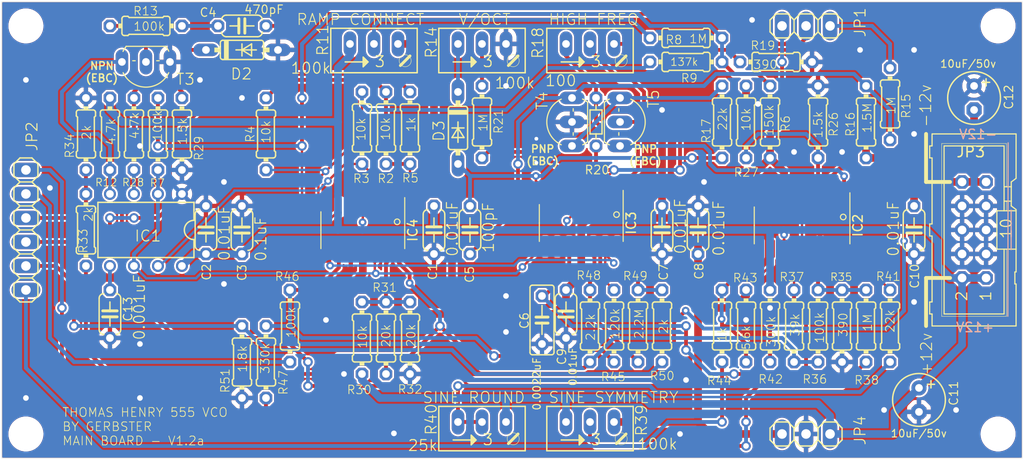
<source format=kicad_pcb>
(kicad_pcb (version 20211014) (generator pcbnew)
  (layers (0 "F.Cu" signal) (31 "B.Cu" signal) (34 "B.Paste" user) (35 "F.Paste" user) (36 "B.SilkS" user "B.Silkscreen") (37 "F.SilkS" user "F.Silkscreen") (38 "B.Mask" user) (39 "F.Mask" user) (44 "Edge.Cuts" user))
  (net 0 "")
  (net 1 "GND")
  (net 2 "+12V")
  (net 3 "-12V")
  (net 4 "Net-(IC2-Pad1)")
  (net 6 "Net-(IC2-Pad3)")
  (net 7 "Net-(IC2-Pad4)")
  (net 8 "Net-(C6-Pad1)")
  (net 9 "Net-(IC2-Pad9)")
  (net 10 "Net-(IC2-Pad10)")
  (net 11 "Net-(IC2-Pad13)")
  (net 13 "Net-(IC2-Pad16)")
  (net 14 "Net-(IC3-Pad1)")
  (net 15 "/MULTI-IN")
  (net 16 "Net-(C5-Pad1)")
  (net 17 "Net-(C5-Pad2)")
  (net 18 "Net-(IC1-Pad2)")
  (net 19 "Net-(IC3-Pad12)")
  (net 20 "Net-(IC3-Pad13)")
  (net 21 "Net-(IC3-Pad14)")
  (net 22 "Net-(IC4-Pad1)")
  (net 23 "Net-(IC4-Pad2)")
  (net 24 "Net-(IC1-Pad7)")
  (net 25 "Net-(IC4-Pad6)")
  (net 26 "Net-(IC4-Pad7)")
  (net 27 "Net-(IC4-Pad9)")
  (net 28 "Net-(IC4-Pad13)")
  (net 29 "Net-(IC4-Pad14)")
  (net 30 "/HARD-SYNC-IN")
  (net 31 "Net-(C4-Pad2)")
  (net 32 "Net-(C13-Pad2)")
  (net 33 "Net-(D2-PadC)")
  (net 34 "Net-(D3-PadC)")
  (net 35 "Net-(IC1-Pad3)")
  (net 36 "Net-(IC1-Pad4)")
  (net 37 "/LIN-FM")
  (net 38 "/SINE-OUT")
  (net 39 "/PULSE-OUT")
  (net 40 "/RAMP-OUT")
  (net 41 "/TRIANGLE-OUT")
  (net 42 "/PWM-IN")
  (net 43 "/PULSE-WIDTH")
  (net 44 "Net-(R11-PadS)")
  (net 45 "Net-(R14-PadS)")
  (net 46 "Net-(R17-Pad2)")
  (net 47 "Net-(R18-PadA)")
  (net 48 "Net-(R18-PadS)")
  (net 49 "Net-(R38-Pad1)")
  (net 50 "Net-(R40-PadE)")
  (footprint "mainboard:0204_7" (layer "F.Cu") (at 161.8361 115.1636 90)
    (fp_text reference "R49")
    (fp_text value "2.2M")
  )
  (footprint "Package_SO:SO-14_3.9x8.65mm_P1.27mm" (layer "F.Cu") (at 132.715 105.029 -90)
    (fp_text reference "IC4")
    (fp_text value "TL074P")
  )
  (footprint "mainboard:0204_7" (layer "F.Cu") (at 170.7261 115.1636 -90)
    (fp_text reference "R44")
    (fp_text value "1k")
  )
  (footprint "mainboard:C050-024X044" (layer "F.Cu") (at 168.1861 105.0036 90)
    (fp_text reference "C8")
    (fp_text value "0.01uF")
  )
  (footprint "mainboard:E2,5-6" (layer "F.Cu") (at 197.3961 91.0336 -90)
    (fp_text reference "C12")
    (fp_text value "10uF/50v")
  )
  (footprint "mainboard:0204_7" (layer "F.Cu") (at 156.7561 115.1636 -90)
    (fp_text reference "R48")
    (fp_text value "2.2k")
  )
  (footprint "mainboard:1X03" (layer "F.Cu") (at 179.6161 126.5936 180)
    (fp_text reference "JP4")
    (fp_text value "PINHD-1X3")
  )
  (footprint "mainboard:0204_7" (layer "F.Cu") (at 173.2661 115.1636 -90)
    (fp_text reference "R43")
    (fp_text value "5.6k")
  )
  (footprint "mainboard:ML10" (layer "F.Cu") (at 197.3961 105.0036 90)
    (fp_text reference "JP3")
    (fp_text value "ML10")
  )
  (footprint "mainboard:0204_7" (layer "F.Cu") (at 122.4661 94.8436 90)
    (fp_text reference "R4")
    (fp_text value "10k")
  )
  (footprint "mainboard:0204_7" (layer "F.Cu") (at 180.8861 93.5736 -90)
    (fp_text reference "R26")
    (fp_text value "1.5k")
  )
  (footprint "mainboard:RJ9W" (layer "F.Cu") (at 156.7561 85.9536)
    (fp_text reference "R18")
    (fp_text value "100")
  )
  (footprint "mainboard:C050-024X044" (layer "F.Cu") (at 119.9261 105.0036 -90)
    (fp_text reference "C3")
    (fp_text value "0.1uF")
  )
  (footprint "Package_SO:SO-14_3.9x8.65mm_P1.27mm" (layer "F.Cu") (at 155.829 104.267 -90)
    (fp_text reference "IC3")
    (fp_text value "TL074P")
  )
  (footprint "mainboard:0204_7" (layer "F.Cu") (at 122.4661 118.9736 90)
    (fp_text reference "R47")
    (fp_text value "330k")
  )
  (footprint "mainboard:0204_7" (layer "F.Cu") (at 175.8061 115.1636 -90)
    (fp_text reference "R42")
    (fp_text value "300k")
  )
  (footprint "mainboard:C050-024X044" (layer "F.Cu") (at 164.3761 105.0036 90)
    (fp_text reference "C7")
    (fp_text value "0.01uF")
  )
  (footprint "mainboard:0204_7" (layer "F.Cu") (at 135.1661 94.2086 -90)
    (fp_text reference "R2")
    (fp_text value "10k")
  )
  (footprint "mainboard:0204_7" (layer "F.Cu") (at 170.7261 93.5736 90)
    (fp_text reference "R17")
    (fp_text value "22k")
  )
  (footprint "mainboard:0204_7" (layer "F.Cu") (at 166.9161 84.6836 180)
    (fp_text reference "R8")
    (fp_text value "1M")
  )
  (footprint "mainboard:0204_7" (layer "F.Cu") (at 173.2661 93.5736 90)
    (fp_text reference "R27")
    (fp_text value "10k")
  )
  (footprint "mainboard:0204_7" (layer "F.Cu") (at 132.6261 94.2086 -90)
    (fp_text reference "R3")
    (fp_text value "10k")
  )
  (footprint "mainboard:DO35-7" (layer "F.Cu") (at 142.7861 94.2086 -90)
    (fp_text reference "D3")
    (fp_text value "1N4148DO35-7")
  )
  (footprint "mainboard:C050-024X044" (layer "F.Cu") (at 116.1161 105.0036 -90)
    (fp_text reference "C2")
    (fp_text value "0.01uF")
  )
  (footprint "Package_SO:SOIC-16_3.9x9.9mm_P1.27mm" (layer "F.Cu") (at 179.197 104.521 -90)
    (fp_text reference "IC2")
    (fp_text value "LM13700N")
  )
  (footprint "mainboard:0204_7" (layer "F.Cu") (at 145.3261 93.5736 -90)
    (fp_text reference "R21")
    (fp_text value "1M")
  )
  (footprint "mainboard:0204_7" (layer "F.Cu") (at 188.5061 91.6686 -90)
    (fp_text reference "R15")
    (fp_text value "1M")
  )
  (footprint "mainboard:0204_7" (layer "F.Cu") (at 111.0361 94.8436 90)
    (fp_text reference "R7")
    (fp_text value "100k")
  )
  (footprint "mainboard:0204_7" (layer "F.Cu") (at 185.9661 115.1636 90)
    (fp_text reference "R38")
    (fp_text value "1M")
  )
  (footprint "mainboard:C050-025X075" (layer "F.Cu") (at 151.6761 114.5286 -90)
    (fp_text reference "C6")
    (fp_text value "0.0022uF")
  )
  (footprint "mainboard:0204_7" (layer "F.Cu") (at 103.4161 105.0036 90)
    (fp_text reference "R33")
    (fp_text value "2k")
  )
  (footprint "mainboard:0204_7" (layer "F.Cu") (at 137.7061 116.4336 90)
    (fp_text reference "R32")
    (fp_text value "20k")
  )
  (footprint "mainboard:C050-024X044" (layer "F.Cu") (at 105.9561 113.8936 90)
    (fp_text reference "C13")
    (fp_text value "0.001uF")
  )
  (footprint "mainboard:0204_7" (layer "F.Cu") (at 132.6261 116.4336 90)
    (fp_text reference "R30")
    (fp_text value "10k")
  )
  (footprint "mainboard:C050-024X044" (layer "F.Cu") (at 119.9261 83.4136 180)
    (fp_text reference "C4")
    (fp_text value "470pF")
  )
  (footprint "mainboard:C050-024X044" (layer "F.Cu") (at 154.2161 113.8936 -90)
    (fp_text reference "C9")
    (fp_text value "0.01uF")
  )
  (footprint "mainboard:0204_7" (layer "F.Cu") (at 166.9161 87.2236 180)
    (fp_text reference "R9")
    (fp_text value "137k")
  )
  (footprint "mainboard:C050-024X044" (layer "F.Cu") (at 144.0561 105.0036 90)
    (fp_text reference "C5")
    (fp_text value "100pF")
  )
  (footprint "mainboard:0204_7" (layer "F.Cu") (at 164.3761 115.1636 -90)
    (fp_text reference "R50")
    (fp_text value "2k")
  )
  (footprint "mainboard:0204_7" (layer "F.Cu") (at 178.3461 115.1636 90)
    (fp_text reference "R37")
    (fp_text value "39k")
  )
  (footprint "mainboard:TO92-EBC" (layer "F.Cu") (at 109.7661 88.4936 180)
    (fp_text reference "T3")
    (fp_text value "-NPN-TO92-EBC")
  )
  (footprint "mainboard:0204_7" (layer "F.Cu") (at 135.1661 116.4336 -90)
    (fp_text reference "R31")
    (fp_text value "20k")
  )
  (footprint "mainboard:0204_7" (layer "F.Cu") (at 125.0061 115.1636 90)
    (fp_text reference "R46")
    (fp_text value "100k")
  )
  (footprint "mainboard:0204_7" (layer "F.Cu") (at 188.5061 115.1636 90)
    (fp_text reference "R41")
    (fp_text value "22k")
  )
  (footprint "mainboard:RJ9W" (layer "F.Cu") (at 156.7561 125.9586)
    (fp_text reference "R39")
    (fp_text value "100k")
  )
  (footprint "mainboard:0204_7" (layer "F.Cu") (at 105.9561 94.8436 90)
    (fp_text reference "R12")
    (fp_text value "4.7k")
  )
  (footprint "mainboard:0204_7" (layer "F.Cu") (at 103.4161 94.8436 -90)
    (fp_text reference "R34")
    (fp_text value "2k")
  )
  (footprint "mainboard:TO92-EBC" (layer "F.Cu") (at 153.5811 93.5736 90)
    (fp_text reference "T4")
    (fp_text value "-PNP-TO92-EBC")
  )
  (footprint "mainboard:C050-024X044" (layer "F.Cu") (at 191.0461 105.0036 -90)
    (fp_text reference "C10")
    (fp_text value "0.01uF")
  )
  (footprint "mainboard:0204_7" (layer "F.Cu") (at 137.7061 94.2086 90)
    (fp_text reference "R5")
    (fp_text value "1k")
  )
  (footprint "mainboard:DO35-7" (layer "F.Cu") (at 119.9261 85.9536)
    (fp_text reference "D2")
    (fp_text value "1N4148DO35-7")
  )
  (footprint "mainboard:1X03" (layer "F.Cu") (at 179.6161 83.4136)
    (fp_text reference "JP1")
    (fp_text value "PINHD-1X3")
  )
  (footprint "mainboard:0204_7" (layer "F.Cu") (at 180.8861 115.1636 -90)
    (fp_text reference "R36")
    (fp_text value "100k")
  )
  (footprint "mainboard:E2,5-6" (layer "F.Cu") (at 191.5668 122.9868 -90)
    (fp_text reference "C11")
    (fp_text value "10uF/50v")
  )
  (footprint "mainboard:0204_7" (layer "F.Cu") (at 176.4411 87.2236 180)
    (fp_text reference "R19")
    (fp_text value "390")
  )
  (footprint "mainboard:RJ9W" (layer "F.Cu") (at 145.3261 125.9586)
    (fp_text reference "R40")
    (fp_text value "25k")
  )
  (footprint "mainboard:0204_7" (layer "F.Cu") (at 119.9261 118.9736 90)
    (fp_text reference "R51")
    (fp_text value "1.8k")
  )
  (footprint "mainboard:0204_7" (layer "F.Cu") (at 113.5761 94.8436 90)
    (fp_text reference "R29")
    (fp_text value "1.5k")
  )
  (footprint "mainboard:TO92-EBC" (layer "F.Cu") (at 161.2011 93.5736 -90)
    (fp_text reference "T5")
    (fp_text value "-PNP-TO92-EBC")
  )
  (footprint "mainboard:R-5" (layer "F.Cu") (at 157.3911 93.5736 -90)
    (fp_text reference "R20")
    (fp_text value "2k")
  )
  (footprint "mainboard:0204_7" (layer "F.Cu") (at 159.2961 115.1636 90)
    (fp_text reference "R45")
    (fp_text value "120k")
  )
  (footprint "mainboard:0204_7" (layer "F.Cu") (at 109.7661 83.4136 180)
    (fp_text reference "R13")
    (fp_text value "100k")
  )
  (footprint "mainboard:0204_7" (layer "F.Cu") (at 108.4961 94.8436 90)
    (fp_text reference "R28")
    (fp_text value "4.7k")
  )
  (footprint "mainboard:0204_7" (layer "F.Cu") (at 175.8061 93.5736 90)
    (fp_text reference "R6")
    (fp_text value "150k")
  )
  (footprint "mainboard:DIL08" (layer "F.Cu") (at 109.7661 105.0036 180)
    (fp_text reference "IC1")
    (fp_text value "555N")
  )
  (footprint "mainboard:C050-024X044" (layer "F.Cu") (at 140.2461 105.0036 90)
    (fp_text reference "C1")
    (fp_text value "0.01uF")
  )
  (footprint "mainboard:0204_7" (layer "F.Cu") (at 185.9661 93.5736 90)
    (fp_text reference "R16")
    (fp_text value "1.5M")
  )
  (footprint "mainboard:0204_7" (layer "F.Cu") (at 183.4261 115.1636 90)
    (fp_text reference "R35")
    (fp_text value "390")
  )
  (footprint "mainboard:RJ9W" (layer "F.Cu") (at 145.3261 85.9536)
    (fp_text reference "R14")
    (fp_text value "100k")
  )
  (footprint "mainboard:1X06" (layer "F.Cu") (at 97.0661 105.0036 90)
    (fp_text reference "JP2")
    (fp_text value "PINHD-1X6")
  )
  (footprint "mainboard:RJ9W" (layer "F.Cu") (at 133.8961 85.9536)
    (fp_text reference "R11")
    (fp_text value "100k")
  )
  (gr_line (start 201.32 102.9) (end 201.32 107.09) (layer "B.SilkS") (width 0.12))
  (gr_line (start 201 95.78) (end 200.97 114.14) (layer "B.SilkS") (width 0.12))
  (gr_line (start 192.3161 115.1636) (end 192.3161 110.0836) (layer "F.SilkS") (width 0.4064))
  (gr_line (start 192.3161 99.9236) (end 192.3161 94.8436) (layer "F.SilkS") (width 0.4064))
  (gr_line (start 192.3161 110.0836) (end 194.8561 110.0836) (layer "F.SilkS") (width 0.4064))
  (gr_circle (center 159.5628 103.378) (end 159.8168 103.5304) (layer "F.SilkS") (width 0.12) (fill none))
  (gr_circle (center 136.3472 104.14) (end 136.6012 104.2924) (layer "F.SilkS") (width 0.12) (fill none))
  (gr_circle (center 183.548988 103.632) (end 183.802988 103.7844) (layer "F.SilkS") (width 0.12) (fill none))
  (gr_line (start 194.8561 99.9236) (end 192.3161 99.9236) (layer "F.SilkS") (width 0.4064))
  (gr_line (start 202.4761 80.8736) (end 94.5261 80.8736) (layer "Edge.Cuts") (width 0.05))
  (gr_line (start 94.5261 80.8736) (end 94.5261 129.1336) (layer "Edge.Cuts") (width 0.05))
  (gr_line (start 202.4761 129.1336) (end 202.4761 80.8736) (layer "Edge.Cuts") (width 0.05))
  (gr_line (start 94.5261 129.1336) (end 202.4761 129.1336) (layer "Edge.Cuts") (width 0.05))
  (gr_text "+12V" (at 197.5 115.31) (layer "B.SilkS") (effects (font (size 1 1)) (justify mirror)))
  (gr_text "-12V" (at 197.82 94.88) (layer "B.SilkS") (effects (font (size 1 1)) (justify mirror)))
  (gr_text "SINE ROUND" (at 138.9761 123.4186) (layer "F.SilkS") (effects (font (size 1.1684 1.1684) (thickness 0.1016)) (justify left bottom)))
  (gr_text "SINE SYMMETRY" (at 152.3111 123.4186) (layer "F.SilkS") (effects (font (size 1.1684 1.1684) (thickness 0.1016)) (justify left bottom)))
  (gr_text "-12v" (at 192.9511 94.2086 90) (layer "F.SilkS") (effects (font (size 1.1684 1.1684) (thickness 0.1016)) (justify left bottom)))
  (gr_text "RAMP CONNECT" (at 125.6411 83.4136) (layer "F.SilkS") (effects (font (size 1.1684 1.1684) (thickness 0.1016)) (justify left bottom)))
  (gr_text "HIGH FREQ" (at 152.3111 83.4136) (layer "F.SilkS") (effects (font (size 1.1684 1.1684) (thickness 0.1016)) (justify left bottom)))
  (gr_text "THOMAS HENRY 555 VCO \nBY GERBSTER\nMAIN BOARD - V1.2a" (at 100.8761 127.8636) (layer "F.SilkS") (effects (font (size 0.93472 0.93472) (thickness 0.08128)) (justify left bottom)))
  (gr_text "+12v" (at 191.6811 115.7986 90) (layer "F.SilkS") (effects (font (size 1.1684 1.1684) (thickness 0.1016)) (justify right top)))
  (gr_text "PNP\n(EBC)" (at 151.7396 97.0788) (layer "F.SilkS") (effects (font (size 0.8 0.8))))
  (gr_text "NPN\n(EBC)" (at 105.1052 88.2904) (layer "F.SilkS") (effects (font (size 0.8 0.8))))
  (gr_text "PNP\n(EBC)" (at 162.6108 97.0788) (layer "F.SilkS") (effects (font (size 0.8 0.8))))
  (gr_text "V/OCT " (at 142.7861 83.4136) (layer "F.SilkS") (effects (font (size 1.1684 1.1684) (thickness 0.1016)) (justify left bottom)))
  (segment (start 151.6761 93.5736) (end 147.8661 89.7636) (width 0.25) (layer "F.Cu") (net 1))
  (segment (start 154.559 101.3714) (end 151.0792 97.8916) (width 0.25) (layer "F.Cu") (net 1))
  (segment (start 154.8511 93.5736) (end 151.6888 93.5736) (width 0.25) (layer "F.Cu") (net 1))
  (segment (start 151.6888 94.742) (end 151.6888 93.5736) (width 0.25) (layer "F.Cu") (net 1))
  (segment (start 151.0792 95.3516) (end 151.6888 94.742) (width 0.25) (layer "F.Cu") (net 1))
  (segment (start 151.6888 93.5736) (end 151.6761 93.5736) (width 0.25) (layer "F.Cu") (net 1))
  (segment (start 154.559 101.792) (end 154.559 101.3714) (width 0.25) (layer "F.Cu") (net 1))
  (via (at 128.8161 114.5286) (size 1.0064) (drill 0.6) (layers "F.Cu" "B.Cu") (net 1))
  (via (at 99.6061 100.5586) (size 1.0064) (drill 0.6) (layers "F.Cu" "B.Cu") (net 1))
  (via (at 191.0461 85.9536) (size 1.0064) (drill 0.6) (layers "F.Cu" "B.Cu") (net 1))
  (via (at 109.1311 122.7836) (size 1.0064) (drill 0.6) (layers "F.Cu" "B.Cu") (net 1))
  (via (at 109.1311 96.1136) (size 1.0064) (drill 0.6) (layers "F.Cu" "B.Cu") (net 1))
  (via (at 109.1311 117.0686) (size 1.0064) (drill 0.6) (layers "F.Cu" "B.Cu") (net 1))
  (via (at 119.9261 91.0336) (size 1.0064) (drill 0.6) (layers "F.Cu" "B.Cu") (net 1))
  (via (at 166.9161 120.8786) (size 1.0064) (drill 0.6) (layers "F.Cu" "B.Cu") (net 1))
  (via (at 130.7211 120.2436) (size 1.0064) (drill 0.6) (layers "F.Cu" "B.Cu") (net 1))
  (via (at 147.8661 111.9886) (size 1.0064) (drill 0.6) (layers "F.Cu" "B.Cu") (net 1))
  (via (at 191.0461 112.6236) (size 1.0064) (drill 0.6) (layers "F.Cu" "B.Cu") (net 1))
  (via (at 115.4811 89.1286) (size 1.0064) (drill 0.6) (layers "F.Cu" "B.Cu") (net 1))
  (via (at 178.3461 96.7486) (size 1.0064) (drill 0.6) (layers "F.Cu" "B.Cu") (net 1))
  (via (at 147.8661 89.7636) (size 1.0064) (drill 0.6) (layers "F.Cu" "B.Cu") (net 1))
  (via (at 185.3311 85.9536) (size 1.0064) (drill 0.6) (layers "F.Cu" "B.Cu") (net 1))
  (via (at 151.0792 97.8916) (size 0.8) (drill 0.4) (layers "F.Cu" "B.Cu") (net 1))
  (via (at 175.8061 113.2586) (size 1.0064) (drill 0.6) (layers "F.Cu" "B.Cu") (net 1))
  (via (at 173.2661 114.5286) (size 1.0064) (drill 0.6) (layers "F.Cu" "B.Cu") (net 1))
  (via (at 118.0211 110.7186) (size 1.0064) (drill 0.6) (layers "F.Cu" "B.Cu") (net 1))
  (via (at 97.0661 122.7836) (size 1.0064) (drill 0.6) (layers "F.Cu" "B.Cu") (net 1))
  (via (at 187.8711 124.0536) (size 1.0064) (drill 0.6) (layers "F.Cu" "B.Cu") (net 1))
  (via (at 151.0792 95.3516) (size 0.8) (drill 0.4) (layers "F.Cu" "B.Cu") (net 1))
  (via (at 164.3761 92.3036) (size 1.0064) (drill 0.6) (layers "F.Cu" "B.Cu") (net 1))
  (via (at 136.0061 126.5286) (size 1.0064) (drill 0.6) (layers "F.Cu" "B.Cu") (net 1))
  (via (at 195.4911 124.0536) (size 1.0064) (drill 0.6) (layers "F.Cu" "B.Cu") (net 1))
  (via (at 173.9011 82.7786) (size 1.0064) (drill 0.6) (layers "F.Cu" "B.Cu") (net 1))
  (via (at 166.2811 126.5936) (size 1.0064) (drill 0.6) (layers "F.Cu" "B.Cu") (net 1))
  (via (at 147.8661 115.7986) (size 1.0064) (drill 0.6) (layers "F.Cu" "B.Cu") (net 1))
  (via (at 118.0211 99.9236) (size 1.0064) (drill 0.6) (layers "F.Cu" "B.Cu") (net 1))
  (via (at 183.4261 96.7486) (size 1.0064) (drill 0.6) (layers "F.Cu" "B.Cu") (net 1))
  (via (at 191.0461 94.8436) (size 1.0064) (drill 0.6) (layers "F.Cu" "B.Cu") (net 1))
  (via (at 97.0661 89.1286) (size 1.0064) (drill 0.6) (layers "F.Cu" "B.Cu") (net 1))
  (via (at 174.5361 91.6686) (size 1.0064) (drill 0.6) (layers "F.Cu" "B.Cu") (net 1))
  (via (at 168.8211 99.9236) (size 1.0064) (drill 0.6) (layers "F.Cu" "B.Cu") (net 1))
  (segment (start 151.13 95.4024) (end 151.0792 95.3516) (width 0.25) (layer "B.Cu") (net 1))
  (segment (start 151.0792 95.5548) (end 151.13 95.504) (width 0.25) (layer "B.Cu") (net 1))
  (segment (start 151.13 95.504) (end 151.13 95.4024) (width 0.25) (layer "B.Cu") (net 1))
  (segment (start 151.0792 97.8916) (end 151.0792 95.5548) (width 0.25) (layer "B.Cu") (net 1))
  (segment (start 173.2661 91.0336) (end 171.9961 92.3036) (width 0.8128) (layer "F.Cu") (net 2))
  (segment (start 155.829 102.489) (end 154.305 104.013) (width 0.25) (layer "F.Cu") (net 2))
  (segment (start 177.292 106.996) (end 177.292 105.5116) (width 0.25) (layer "F.Cu") (net 2))
  (segment (start 171.9961 92.3036) (end 167.5511 92.3036) (width 0.8128) (layer "F.Cu") (net 2))
  (segment (start 173.2661 89.7636) (end 173.2661 91.0336) (width 0.8128) (layer "F.Cu") (net 2))
  (segment (start 167.5511 92.3036) (end 164.3761 95.4786) (width 0.8128) (layer "F.Cu") (net 2))
  (segment (start 132.715 104.1654) (end 132.6896 104.1908) (width 0.25) (layer "F.Cu") (net 2))
  (segment (start 132.715 102.554) (end 132.715 104.1654) (width 0.25) (layer "F.Cu") (net 2))
  (segment (start 164.3761 95.4786) (end 164.3761 102.4636) (width 0.8128) (layer "F.Cu") (net 2))
  (via (at 177.292 105.5116) (size 0.8) (drill 0.4) (layers "F.Cu" "B.Cu") (net 2))
  (via (at 154.305 104.013) (size 0.8) (drill 0.4) (layers "F.Cu" "B.Cu") (net 2))
  (via (at 132.6896 104.1908) (size 0.8) (drill 0.4) (layers "F.Cu" "B.Cu") (net 2))
  (segment (start 188.983411 126.382989) (end 188.983411 124.300189) (width 0.8128) (layer "B.Cu") (net 2))
  (segment (start 130.0861 87.8586) (end 131.3561 86.5886) (width 0.8128) (layer "B.Cu") (net 2))
  (segment (start 162.4711 122.7836) (end 163.1061 123.4186) (width 0.8128) (layer "B.Cu") (net 2))
  (segment (start 154.2161 122.7836) (end 147.8661 122.7836) (width 0.8128) (layer "B.Cu") (net 2))
  (segment (start 197.3961 110.0836) (end 196.1261 110.0836) (width 0.8128) (layer "B.Cu") (net 2))
  (segment (start 116.1161 107.5436) (end 114.8461 107.5436) (width 0.8128) (layer "B.Cu") (net 2))
  (segment (start 188.983411 124.300189) (end 191.5668 121.7168) (width 0.8128) (layer "B.Cu") (net 2))
  (segment (start 154.2161 105.0036) (end 140.2461 105.0036) (width 0.8128) (layer "B.Cu") (net 2))
  (segment (start 114.8461 107.5436) (end 113.5761 108.8136) (width 0.8128) (layer "B.Cu") (net 2))
  (segment (start 180.8861 123.4186) (end 182.1561 124.6886) (width 0.8128) (layer "B.Cu") (net 2))
  (segment (start 132.6896 105.0036) (end 130.0861 105.0036) (width 0.8128) (layer "B.Cu") (net 2))
  (segment (start 196.1261 110.0836) (end 194.8561 110.0836) (width 0.8128) (layer "B.Cu") (net 2))
  (segment (start 192.3161 105.0036) (end 177.2666 105.0036) (width 0.8128) (layer "B.Cu") (net 2))
  (segment (start 105.9561 91.0336) (end 105.9561 92.3036) (width 0.8128) (layer "B.Cu") (net 2))
  (segment (start 140.2461 105.0036) (end 140.2461 102.4636) (width 0.8128) (layer "B.Cu") (net 2))
  (segment (start 132.6261 120.8786) (end 134.5311 122.7836) (width 0.8128) (layer "B.Cu") (net 2))
  (segment (start 188.7728 126.5936) (end 188.983411 126.382989) (width 0.8128) (layer "B.Cu") (net 2))
  (segment (start 140.2461 105.0036) (end 132.6896 105.0036) (width 0.8128) (layer "B.Cu") (net 2))
  (segment (start 132.6896 104.1908) (end 132.6896 105.0036) (width 0.25) (layer "B.Cu") (net 2))
  (segment (start 154.2161 122.7836) (end 162.4711 122.7836) (width 0.8128) (layer "B.Cu") (net 2))
  (segment (start 191.5668 121.7168) (end 196.1261 117.1575) (width 0.8128) (layer "B.Cu") (net 2))
  (segment (start 175.8061 108.8136) (end 175.8061 105.0036) (width 0.8128) (layer "B.Cu") (net 2))
  (segment (start 177.292 105.5116) (end 177.292 105.029) (width 0.25) (layer "B.Cu") (net 2))
  (segment (start 130.2423 103.0059) (end 130.0861 103.1621) (width 0.25) (layer "B.Cu") (net 2))
  (segment (start 154.2161 104.1019) (end 154.2161 105.0036) (width 0.25) (layer "B.Cu") (net 2))
  (segment (start 177.292 105.029) (end 177.2666 105.0036) (width 0.25) (layer "B.Cu") (net 2))
  (segment (start 194.8561 110.0836) (end 193.5861 108.8136) (width 0.8128) (layer "B.Cu") (net 2))
  (segment (start 175.8061 105.0036) (end 164.3761 105.0036) (width 0.8128) (layer "B.Cu") (net 2))
  (segment (start 130.0861 101.1936) (end 130.0861 93.5736) (width 0.8128) (layer "B.Cu") (net 2))
  (segment (start 182.1561 126.5936) (end 188.7728 126.5936) (width 0.8128) (layer "B.Cu") (net 2))
  (segment (start 193.5861 106.2736) (end 192.3161 105.0036) (width 0.8128) (layer "B.Cu") (net 2))
  (segment (start 134.5311 122.7836) (end 147.8661 122.7836) (width 0.8128) (layer "B.Cu") (net 2))
  (segment (start 197.3961 110.0836) (end 198.6661 110.0836) (width 0.8128) (layer "B.Cu") (net 2))
  (segment (start 130.0861 93.5736) (end 130.0861 87.8586) (width 0.8128) (layer "B.Cu") (net 2))
  (segment (start 154.305 104.013) (end 154.2161 104.1019) (width 0.25) (layer "B.Cu") (net 2))
  (segment (start 177.2666 105.0036) (end 175.8061 105.0036) (width 0.8128) (layer "B.Cu") (net 2))
  (segment (start 119.9261 107.5436) (end 116.1161 107.5436) (width 0.8128) (layer "B.Cu") (net 2))
  (segment (start 182.1561 124.6886) (end 182.1561 126.5936) (width 0.8128) (layer "B.Cu") (net 2))
  (segment (start 132.6261 120.2436) (end 132.6261 120.8786) (width 0.8128) (layer "B.Cu") (net 2))
  (segment (start 164.3761 105.0036) (end 154.2161 105.0036) (width 0.8128) (layer "B.Cu") (net 2))
  (segment (start 193.5861 108.8136) (end 193.5861 106.2736) (width 0.8128) (layer "B.Cu") (net 2))
  (segment (start 105.9561 92.3036) (end 107.2261 93.5736) (width 0.8128) (layer "B.Cu") (net 2))
  (segment (start 107.2261 93.5736) (end 130.0861 93.5736) (width 0.8128) (layer "B.Cu") (net 2))
  (segment (start 175.8061 111.3536) (end 175.8061 108.8136) (width 0.8128) (layer "B.Cu") (net 2))
  (segment (start 163.1061 123.4186) (end 180.8861 123.4186) (width 0.8128) (layer "B.Cu") (net 2))
  (segment (start 131.3561 86.5886) (end 131.3561 85.3186) (width 0.8128) (layer "B.Cu") (net 2))
  (segment (start 196.1261 117.1575) (end 196.1261 110.0836) (width 0.8128) (layer "B.Cu") (net 2))
  (segment (start 122.4661 105.0036) (end 119.9261 107.5436) (width 0.8128) (layer "B.Cu") (net 2))
  (segment (start 130.0861 105.0036) (end 122.4661 105.0036) (width 0.8128) (layer "B.Cu") (net 2))
  (segment (start 154.2161 125.3236) (end 154.2161 122.7836) (width 0.8128) (layer "B.Cu") (net 2))
  (segment (start 164.3761 102.4636) (end 164.3761 105.0036) (width 0.8128) (layer "B.Cu") (net 2))
  (segment (start 130.0861 103.1621) (end 130.0861 105.0036) (width 0.8128) (layer "B.Cu") (net 2))
  (segment (start 147.8661 125.3236) (end 147.8661 122.7836) (width 0.8128) (layer "B.Cu") (net 2))
  (segment (start 130.0861 101.1936) (end 130.0861 103.1621) (width 0.8128) (layer "B.Cu") (net 2))
  (segment (start 185.9661 94.8436) (end 184.6961 93.5736) (width 0.8128) (layer "F.Cu") (net 3))
  (segment (start 155.829 107.7295) (end 155.829 109.7407) (width 0.8128) (layer "F.Cu") (net 3))
  (segment (start 171.196 101.092) (end 171.196 102.362) (width 0.8128) (layer "F.Cu") (net 3))
  (segment (start 166.9161 103.7336) (end 156.6164 103.7336) (width 0.8128) (layer "F.Cu") (net 3))
  (segment (start 168.1861 113.2586) (end 171.9961 113.2586) (width 0.8128) (layer "F.Cu") (net 3))
  (segment (start 152.9461 113.8936) (end 154.2161 112.6236) (width 0.8128) (layer "F.Cu") (net 3))
  (segment (start 130.556 113.411) (end 130.556 111.76) (width 0.8128) (layer "F.Cu") (net 3))
  (segment (start 197.3961 99.9236) (end 196.1261 99.9236) (width 0.8128) (layer "F.Cu") (net 3))
  (segment (start 138.9761 114.5286) (end 131.6736 114.5286) (width 0.8128) (layer "F.Cu") (net 3))
  (segment (start 169.4561 126.5936) (end 168.1861 125.3236) (width 0.8128) (layer "F.Cu") (net 3))
  (segment (start 169.4561 103.7336) (end 168.1861 105.0036) (width 0.8128) (layer "F.Cu") (net 3))
  (segment (start 142.1511 113.8936) (end 152.9461 113.8936) (width 0.8128) (layer "F.Cu") (net 3))
  (segment (start 155.829 104.521) (end 155.829 107.7295) (width 0.8128) (layer "F.Cu") (net 3))
  (segment (start 132.715 109.601) (end 132.715 108.4915) (width 0.8128) (layer "F.Cu") (net 3))
  (segment (start 136.4361 85.3186) (end 138.3411 85.3186) (width 0.8128) (layer "F.Cu") (net 3))
  (segment (start 140.2461 99.2886) (end 142.1511 101.1936) (width 0.8128) (layer "F.Cu") (net 3))
  (segment (start 131.6736 114.5286) (end 130.556 113.411) (width 0.8128) (layer "F.Cu") (net 3))
  (segment (start 156.6164 103.7336) (end 155.829 104.521) (width 0.8128) (layer "F.Cu") (net 3))
  (segment (start 191.0461 102.4636) (end 191.0461 99.9236) (width 0.8128) (layer "F.Cu") (net 3))
  (segment (start 154.2161 112.6236) (end 154.2161 111.3536) (width 0.8128) (layer "F.Cu") (net 3))
  (segment (start 198.6661 99.9236) (end 197.3961 99.9236) (width 0.8128) (layer "F.Cu") (net 3))
  (segment (start 175.8061 94.8436) (end 175.8061 97.3836) (width 0.8128) (layer "F.Cu") (net 3))
  (segment (start 196.1261 99.9236) (end 191.0461 99.9236) (width 0.8128) (layer "F.Cu") (net 3))
  (segment (start 197.3961 92.3036) (end 197.3961 99.9236) (width 0.8128) (layer "F.Cu") (net 3))
  (segment (start 191.0461 99.9236) (end 188.5061 97.3836) (width 0.8128) (layer "F.Cu") (net 3))
  (segment (start 168.1861 113.2586) (end 168.1861 107.5436) (width 0.8128) (layer "F.Cu") (net 3))
  (segment (start 177.0761 126.5936) (end 169.4561 126.5936) (width 0.8128) (layer "F.Cu") (net 3))
  (segment (start 171.196 102.362) (end 169.8244 103.7336) (width 0.8128) (layer "F.Cu") (net 3))
  (segment (start 188.5061 97.3836) (end 185.9661 97.3836) (width 0.8128) (layer "F.Cu") (net 3))
  (segment (start 168.1861 107.5436) (end 168.1861 105.0036) (width 0.8128) (layer "F.Cu") (net 3))
  (segment (start 168.1861 105.0036) (end 166.9161 103.7336) (width 0.8128) (layer "F.Cu") (net 3))
  (segment (start 177.292 98.8695) (end 177.292 101.0585) (width 0.8128) (layer "F.Cu") (net 3))
  (segment (start 175.8061 97.3836) (end 174.3837 98.806) (width 0.8128) (layer "F.Cu") (net 3))
  (segment (start 173.482 98.806) (end 171.196 101.092) (width 0.8128) (layer "F.Cu") (net 3))
  (segment (start 139.6111 113.8936) (end 138.9761 114.5286) (width 0.8128) (layer "F.Cu") (net 3))
  (segment (start 142.1511 113.8936) (end 139.6111 113.8936) (width 0.8128) (layer "F.Cu") (net 3))
  (segment (start 159.2961 125.3236) (end 168.1861 125.3236) (width 0.8128) (layer "F.Cu") (net 3))
  (segment (start 184.6961 93.5736) (end 177.0761 93.5736) (width 0.8128) (layer "F.Cu") (net 3))
  (segment (start 171.9961 113.2586) (end 173.2661 111.9886) (width 0.8128) (layer "F.Cu") (net 3))
  (segment (start 169.8244 103.7336) (end 169.4561 103.7336) (width 0.8128) (layer "F.Cu") (net 3))
  (segment (start 155.829 109.7407) (end 154.2161 111.3536) (width 0.8128) (layer "F.Cu") (net 3))
  (segment (start 185.9661 97.3836) (end 185.9661 94.8436) (width 0.8128) (layer "F.Cu") (net 3))
  (segment (start 140.2461 87.2236) (end 140.2461 99.2886) (width 0.8128) (layer "F.Cu") (net 3))
  (segment (start 130.556 111.76) (end 132.715 109.601) (width 0.8128) (layer "F.Cu") (net 3))
  (segment (start 177.0761 93.5736) (end 175.8061 94.8436) (width 0.8128) (layer "F.Cu") (net 3))
  (segment (start 142.1511 101.1936) (end 142.1511 113.8936) (width 0.8128) (layer "F.Cu") (net 3))
  (segment (start 138.3411 85.3186) (end 140.2461 87.2236) (width 0.8128) (layer "F.Cu") (net 3))
  (segment (start 175.8061 97.3836) (end 177.292 98.8695) (width 0.8128) (layer "F.Cu") (net 3))
  (segment (start 168.1861 125.3236) (end 168.1861 113.2586) (width 0.8128) (layer "F.Cu") (net 3))
  (segment (start 173.2661 111.3536) (end 173.2661 111.9886) (width 0.8128) (layer "F.Cu") (net 3))
  (segment (start 174.3837 98.806) (end 173.482 98.806) (width 0.8128) (layer "F.Cu") (net 3))
  (segment (start 183.642 99.314) (end 183.642 101.0585) (width 0.4064) (layer "F.Cu") (net 4))
  (via (at 183.642 99.314) (size 0.8) (drill 0.4) (layers "F.Cu" "B.Cu") (net 4))
  (segment (start 159.9311 96.1136) (end 168.8211 96.1136) (width 0.4064) (layer "B.Cu") (net 4))
  (segment (start 169.4561 96.7486) (end 169.4561 98.0186) (width 0.4064) (layer "B.Cu") (net 4))
  (segment (start 182.88 98.679) (end 183.007 98.679) (width 0.4064) (layer "B.Cu") (net 4))
  (segment (start 183.007 98.679) (end 183.642 99.314) (width 0.4064) (layer "B.Cu") (net 4))
  (segment (start 169.4561 98.0186) (end 170.0911 98.6536) (width 0.4064) (layer "B.Cu") (net 4))
  (segment (start 168.8211 96.1136) (end 169.4561 96.7486) (width 0.4064) (layer "B.Cu") (net 4))
  (segment (start 170.18 98.679) (end 182.88 98.679) (width 0.4064) (layer "B.Cu") (net 4))
  (segment (start 113.5761 90.3986) (end 112.9411 89.7636) (width 0.4064) (layer "F.Cu") (net 6))
  (segment (start 112.9411 116.4336) (end 124.3711 116.4336) (width 0.4064) (layer "F.Cu") (net 6))
  (segment (start 165.0111 120.8786) (end 165.6461 120.2436) (width 0.4064) (layer "F.Cu") (net 6))
  (segment (start 124.3711 116.4336) (end 126.9111 118.9736) (width 0.4064) (layer "F.Cu") (net 6))
  (segment (start 165.6461 114.7699) (end 166.878 113.538) (width 0.4064) (layer "F.Cu") (net 6))
  (segment (start 189.992 106.172) (end 189.97978 106.15978) (width 0.4064) (layer "F.Cu") (net 6))
  (segment (start 188.043089 98.508089) (end 183.148722 98.508089) (width 0.4064) (layer "F.Cu") (net 6))
  (segment (start 107.2261 95.4786) (end 107.2261 110.7186) (width 0.4064) (layer "F.Cu") (net 6))
  (segment (start 126.9111 121.5136) (end 140.2461 121.5136) (width 0.4064) (layer "F.Cu") (net 6))
  (segment (start 189.97978 106.15978) (end 189.97978 100.44478) (width 0.4064) (layer "F.Cu") (net 6))
  (segment (start 140.2461 121.5136) (end 141.5161 120.2436) (width 0.4064) (layer "F.Cu") (net 6))
  (segment (start 108.4961 94.2086) (end 107.2261 95.4786) (width 0.4064) (layer "F.Cu") (net 6))
  (segment (start 189.97978 100.44478) (end 188.043089 98.508089) (width 0.4064) (layer "F.Cu") (net 6))
  (segment (start 144.0561 120.8786) (end 165.0111 120.8786) (width 0.4064) (layer "F.Cu") (net 6))
  (segment (start 165.6461 120.2436) (end 165.6461 114.7699) (width 0.4064) (layer "F.Cu") (net 6))
  (segment (start 108.4961 91.0336) (end 108.4961 90.3986) (width 0.4064) (layer "F.Cu") (net 6))
  (segment (start 183.148722 98.508089) (end 181.102 100.554811) (width 0.4064) (layer "F.Cu") (net 6))
  (segment (start 143.4211 120.2436) (end 144.0561 120.8786) (width 0.4064) (layer "F.Cu") (net 6))
  (segment (start 181.102 100.554811) (end 181.102 101.0585) (width 0.4064) (layer "F.Cu") (net 6))
  (segment (start 113.5761 91.0336) (end 113.5761 90.3986) (width 0.4064) (layer "F.Cu") (net 6))
  (segment (start 141.5161 120.2436) (end 143.4211 120.2436) (width 0.4064) (layer "F.Cu") (net 6))
  (segment (start 108.4961 91.0336) (end 108.4961 94.2086) (width 0.4064) (layer "F.Cu") (net 6))
  (segment (start 112.9411 89.7636) (end 109.1311 89.7636) (width 0.4064) (layer "F.Cu") (net 6))
  (segment (start 108.4961 90.3986) (end 109.1311 89.7636) (width 0.4064) (layer "F.Cu") (net 6))
  (segment (start 107.2261 110.7186) (end 112.9411 116.4336) (width 0.4064) (layer "F.Cu") (net 6))
  (via (at 126.9111 118.9736) (size 1.0064) (drill 0.6) (layers "F.Cu" "B.Cu") (net 6))
  (via (at 189.992 106.172) (size 0.8) (drill 0.4) (layers "F.Cu" "B.Cu") (net 6))
  (via (at 126.9111 121.5136) (size 1.0064) (drill 0.6) (layers "F.Cu" "B.Cu") (net 6))
  (via (at 166.878 113.538) (size 0.8) (drill 0.4) (layers "F.Cu" "B.Cu") (net 6))
  (segment (start 188.092289 115.437711) (end 189.992 113.538) (width 0.4064) (layer "B.Cu") (net 6))
  (segment (start 189.97978 113.52578) (end 189.97978 106.18422) (width 0.4064) (layer "B.Cu") (net 6))
  (segment (start 126.9111 118.9736) (end 126.9111 121.5136) (width 0.4064) (layer "B.Cu") (net 6))
  (segment (start 189.97978 106.18422) (end 189.992 106.172) (width 0.4064) (layer "B.Cu") (net 6))
  (segment (start 189.992 113.538) (end 189.97978 113.52578) (width 0.4064) (layer "B.Cu") (net 6))
  (segment (start 166.878 113.538) (end 168.777711 115.437711) (width 0.4064) (layer "B.Cu") (net 6))
  (segment (start 168.777711 115.437711) (end 188.092289 115.437711) (width 0.4064) (layer "B.Cu") (net 6))
  (segment (start 180.8861 97.3836) (end 180.8861 99.2759) (width 0.4064) (layer "F.Cu") (net 7))
  (segment (start 179.832 100.33) (end 179.832 102.046) (width 0.4064) (layer "F.Cu") (net 7))
  (segment (start 180.8861 99.2759) (end 179.832 100.33) (width 0.4064) (layer "F.Cu") (net 7))
  (segment (start 173.2661 96.1136) (end 173.2661 97.3836) (width 0.4064) (layer "B.Cu") (net 7))
  (segment (start 180.8861 96.1136) (end 179.6161 94.8436) (width 0.4064) (layer "B.Cu") (net 7))
  (segment (start 180.8861 97.3836) (end 180.8861 96.1136) (width 0.4064) (layer "B.Cu") (net 7))
  (segment (start 179.6161 94.8436) (end 174.5361 94.8436) (width 0.4064) (layer "B.Cu") (net 7))
  (segment (start 174.5361 94.8436) (end 173.2661 96.1136) (width 0.4064) (layer "B.Cu") (net 7))
  (segment (start 179.18972 109.39052) (end 179.6161 109.8169) (width 0.25) (layer "F.Cu") (net 8))
  (segment (start 171.9961 120.2436) (end 178.9811 120.2436) (width 0.4064) (layer "F.Cu") (net 8))
  (segment (start 154.559 109.347) (end 154.559 107.7295) (width 0.4064) (layer "F.Cu") (net 8))
  (segment (start 151.6761 111.9886) (end 151.9174 111.9886) (width 0.4064) (layer "F.Cu") (net 8))
  (segment (start 151.9174 111.9886) (end 154.559 109.347) (width 0.4064) (layer "F.Cu") (net 8))
  (segment (start 179.18972 102.67372) (end 179.18972 109.39052) (width 0.25) (layer "F.Cu") (net 8))
  (segment (start 178.9811 120.2436) (end 179.6161 119.6086) (width 0.4064) (layer "F.Cu") (net 8))
  (segment (start 179.6161 119.6086) (end 179.6161 109.8169) (width 0.4064) (layer "F.Cu") (net 8))
  (segment (start 166.9161 117.7036) (end 166.9161 115.1636) (width 0.4064) (layer "F.Cu") (net 8))
  (segment (start 178.562 102.046) (end 179.18972 102.67372) (width 0.25) (layer "F.Cu") (net 8))
  (via (at 171.9961 120.2436) (size 1.0064) (drill 0.6) (layers "F.Cu" "B.Cu") (net 8))
  (via (at 166.9161 115.1636) (size 1.0064) (drill 0.6) (layers "F.Cu" "B.Cu") (net 8))
  (via (at 166.9161 117.7036) (size 1.0064) (drill 0.6) (layers "F.Cu" "B.Cu") (net 8))
  (segment (start 166.9161 115.1636) (end 154.8511 115.1636) (width 0.4064) (layer "B.Cu") (net 8))
  (segment (start 154.8511 115.1636) (end 151.6761 111.9886) (width 0.4064) (layer "B.Cu") (net 8))
  (segment (start 169.4561 120.2436) (end 166.9161 117.7036) (width 0.4064) (layer "B.Cu") (net 8))
  (segment (start 171.9961 120.2436) (end 169.4561 120.2436) (width 0.4064) (layer "B.Cu") (net 8))
  (segment (start 171.3611 115.1636) (end 173.2661 117.0686) (width 0.4064) (layer "F.Cu") (net 9))
  (segment (start 174.0962 107.9835) (end 174.752 107.9835) (width 0.4064) (layer "F.Cu") (net 9))
  (segment (start 170.7261 115.1636) (end 170.7261 114.4651) (width 0.4064) (layer "F.Cu") (net 9))
  (segment (start 170.7261 111.3536) (end 174.0962 107.9835) (width 0.4064) (layer "F.Cu") (net 9))
  (segment (start 170.7261 115.1636) (end 171.3611 115.1636) (width 0.4064) (layer "F.Cu") (net 9))
  (segment (start 170.7261 114.4651) (end 170.688 114.427) (width 0.4064) (layer "F.Cu") (net 9))
  (segment (start 173.2661 117.0686) (end 173.2661 118.9736) (width 0.4064) (layer "F.Cu") (net 9))
  (via (at 170.688 114.427) (size 0.8) (drill 0.4) (layers "F.Cu" "B.Cu") (net 9))
  (segment (start 170.688 114.427) (end 170.688 111.3917) (width 0.4064) (layer "B.Cu") (net 9))
  (segment (start 170.688 111.3917) (end 170.7261 111.3536) (width 0.4064) (layer "B.Cu") (net 9))
  (segment (start 178.3461 108.592498) (end 178.3461 111.3536) (width 0.25) (layer "F.Cu") (net 10))
  (segment (start 178.3461 111.3536) (end 178.3461 112.6236) (width 0.4064) (layer "F.Cu") (net 10))
  (segment (start 174.5361 113.8936) (end 175.8061 115.1636) (width 0.4064) (layer "F.Cu") (net 10))
  (segment (start 174.5361 110.0836) (end 174.5361 113.8936) (width 0.4064) (layer "F.Cu") (net 10))
  (segment (start 178.562 108.376598) (end 178.3461 108.592498) (width 0.25) (layer "F.Cu") (net 10))
  (segment (start 176.022 108.5977) (end 174.5361 110.0836) (width 0.25) (layer "F.Cu") (net 10))
  (segment (start 178.562 107.9835) (end 178.562 108.376598) (width 0.25) (layer "F.Cu") (net 10))
  (segment (start 176.022 107.9835) (end 176.022 108.5977) (width 0.25) (layer "F.Cu") (net 10))
  (segment (start 175.8061 115.1636) (end 175.8061 118.9736) (width 0.4064) (layer "F.Cu") (net 10))
  (segment (start 178.3461 112.6236) (end 175.8061 115.1636) (width 0.4064) (layer "F.Cu") (net 10))
  (segment (start 180.8861 111.3536) (end 180.8861 109.541289) (width 0.4064) (layer "F.Cu") (net 11))
  (segment (start 179.832 108.487189) (end 179.832 107.9835) (width 0.4064) (layer "F.Cu") (net 11))
  (segment (start 180.8861 109.541289) (end 179.832 108.487189) (width 0.4064) (layer "F.Cu") (net 11))
  (segment (start 180.8861 111.3536) (end 183.4261 111.3536) (width 0.4064) (layer "B.Cu") (net 11))
  (segment (start 185.9661 111.3536) (end 183.4261 111.3536) (width 0.4064) (layer "B.Cu") (net 11))
  (segment (start 188.5061 111.3536) (end 185.136 107.9835) (width 0.25) (layer "F.Cu") (net 13))
  (segment (start 185.136 107.9835) (end 183.642 107.9835) (width 0.25) (layer "F.Cu") (net 13))
  (segment (start 161.8361 95.4786) (end 161.2011 94.8436) (width 0.4064) (layer "F.Cu") (net 14))
  (segment (start 161.8361 95.4786) (end 161.8361 98.6074) (width 0.4064) (layer "F.Cu") (net 14))
  (segment (start 157.3911 89.7636) (end 157.3911 91.0336) (width 0.4064) (layer "F.Cu") (net 14))
  (segment (start 154.2161 86.5886) (end 157.3911 89.7636) (width 0.4064) (layer "F.Cu") (net 14))
  (segment (start 161.8361 98.6074) (end 159.639 100.8045) (width 0.4064) (layer "F.Cu") (net 14))
  (segment (start 161.2011 94.8436) (end 158.6611 94.8436) (width 0.4064) (layer "F.Cu") (net 14))
  (segment (start 158.6611 94.8436) (end 157.3911 93.5736) (width 0.4064) (layer "F.Cu") (net 14))
  (segment (start 157.3911 93.5736) (end 157.3911 91.0336) (width 0.4064) (layer "F.Cu") (net 14))
  (segment (start 154.2161 85.3186) (end 154.2161 86.5886) (width 0.4064) (layer "F.Cu") (net 14))
  (segment (start 166.2811 95.4786) (end 166.2811 98.6536) (width 0.4064) (layer "F.Cu") (net 15))
  (segment (start 151.6761 96.7486) (end 153.5811 98.6536) (width 0.4064) (layer "F.Cu") (net 15))
  (segment (start 177.0761 91.6686) (end 177.0761 87.2236) (width 0.4064) (layer "F.Cu") (net 15))
  (segment (start 158.369 99.5807) (end 159.2961 98.6536) (width 0.25) (layer "F.Cu") (net 15))
  (segment (start 166.2811 95.4786) (end 168.1861 93.5736) (width 0.4064) (layer "F.Cu") (net 15))
  (segment (start 157.3911 98.6536) (end 159.2961 98.6536) (width 0.4064) (layer "F.Cu") (net 15))
  (segment (start 158.369 100.8045) (end 158.369 99.5807) (width 0.25) (layer "F.Cu") (net 15))
  (segment (start 157.3911 98.6536) (end 157.3911 96.1136) (width 0.4064) (layer "F.Cu") (net 15))
  (segment (start 168.1861 93.5736) (end 175.1711 93.5736) (width 0.4064) (layer "F.Cu") (net 15))
  (segment (start 175.1711 93.5736) (end 177.0761 91.6686) (width 0.4064) (layer "F.Cu") (net 15))
  (segment (start 145.9611 96.7486) (end 151.6761 96.7486) (width 0.4064) (layer "F.Cu") (net 15))
  (segment (start 153.5811 98.6536) (end 157.3911 98.6536) (width 0.4064) (layer "F.Cu") (net 15))
  (segment (start 145.9611 96.7486) (end 145.3261 97.3836) (width 0.4064) (layer "F.Cu") (net 15))
  (via (at 166.2811 98.6536) (size 1.0064) (drill 0.6) (layers "F.Cu" "B.Cu") (net 15))
  (via (at 159.2961 98.6536) (size 1.0064) (drill 0.6) (layers "F.Cu" "B.Cu") (net 15))
  (via (at 177.0761 87.2236) (size 1.0064) (drill 0.6) (layers "F.Cu" "B.Cu") (net 15))
  (segment (start 166.2811 98.6536) (end 159.2961 98.6536) (width 0.4064) (layer "B.Cu") (net 15))
  (segment (start 177.0761 87.2236) (end 177.0761 83.4136) (width 0.4064) (layer "B.Cu") (net 15))
  (segment (start 149.1361 101.8159) (end 150.49312 103.17292) (width 0.4064) (layer "F.Cu") (net 16))
  (segment (start 149.1361 102.4636) (end 149.1361 101.8159) (width 0.4064) (layer "F.Cu") (net 16))
  (segment (start 153.289 102.283189) (end 153.289 101.792) (width 0.4064) (layer "F.Cu") (net 16))
  (segment (start 152.399269 103.17292) (end 153.289 102.283189) (width 0.4064) (layer "F.Cu") (net 16))
  (segment (start 149.1361 98.0186) (end 149.1361 101.1936) (width 0.4064) (layer "F.Cu") (net 16))
  (segment (start 149.1361 101.8159) (end 149.1361 101.1936) (width 0.4064) (layer "F.Cu") (net 16))
  (segment (start 150.49312 103.17292) (end 152.399269 103.17292) (width 0.4064) (layer "F.Cu") (net 16))
  (segment (start 144.0561 107.5436) (end 149.1361 102.4636) (width 0.4064) (layer "F.Cu") (net 16))
  (via (at 149.1361 98.0186) (size 1.0064) (drill 0.6) (layers "F.Cu" "B.Cu") (net 16))
  (segment (start 149.1361 93.5736) (end 149.1361 98.0186) (width 0.4064) (layer "B.Cu") (net 16))
  (segment (start 156.1211 89.7636) (end 154.8511 91.0336) (width 0.4064) (layer "B.Cu") (net 16))
  (segment (start 188.5061 92.3036) (end 185.9661 89.7636) (width 0.4064) (layer "B.Cu") (net 16))
  (segment (start 149.1361 93.5736) (end 151.6761 91.0336) (width 0.4064) (layer "B.Cu") (net 16))
  (segment (start 185.9661 89.7636) (end 184.6961 88.4936) (width 0.4064) (layer "B.Cu") (net 16))
  (segment (start 170.0911 88.4936) (end 168.8211 89.7636) (width 0.4064) (layer "B.Cu") (net 16))
  (segment (start 168.8211 89.7636) (end 156.1211 89.7636) (width 0.4064) (layer "B.Cu") (net 16))
  (segment (start 188.5061 95.4786) (end 188.5061 92.3036) (width 0.4064) (layer "B.Cu") (net 16))
  (segment (start 184.6961 88.4936) (end 170.0911 88.4936) (width 0.4064) (layer "B.Cu") (net 16))
  (segment (start 151.6761 91.0336) (end 154.8511 91.0336) (width 0.4064) (layer "B.Cu") (net 16))
  (segment (start 151.0284 99.2886) (end 151.0284 99.8139) (width 0.25) (layer "F.Cu") (net 17))
  (segment (start 170.7261 97.3836) (end 167.5511 97.3836) (width 0.4064) (layer "F.Cu") (net 17))
  (segment (start 151.0284 99.8139) (end 152.019 100.8045) (width 0.25) (layer "F.Cu") (net 17))
  (segment (start 152.019 100.8045) (end 152.019 101.792) (width 0.25) (layer "F.Cu") (net 17))
  (via (at 151.0284 99.2886) (size 0.8) (drill 0.4) (layers "F.Cu" "B.Cu") (net 17))
  (via (at 167.5511 97.3836) (size 1.0064) (drill 0.6) (layers "F.Cu" "B.Cu") (net 17))
  (segment (start 144.0561 102.4636) (end 144.0561 101.1936) (width 0.4064) (layer "B.Cu") (net 17))
  (segment (start 151.6761 99.2886) (end 144.0561 99.2886) (width 0.4064) (layer "B.Cu") (net 17))
  (segment (start 153.5811 97.3836) (end 151.6761 99.2886) (width 0.4064) (layer "B.Cu") (net 17))
  (segment (start 144.0561 101.1936) (end 144.0561 99.2886) (width 0.4064) (layer "B.Cu") (net 17))
  (segment (start 167.5511 97.3836) (end 153.5811 97.3836) (width 0.4064) (layer "B.Cu") (net 17))
  (segment (start 144.0561 99.2886) (end 142.7861 98.0186) (width 0.4064) (layer "B.Cu") (net 17))
  (segment (start 133.985 107.504) (end 133.985 109.4994) (width 0.25) (layer "F.Cu") (net 18))
  (segment (start 151.7792 106.742) (end 149.606 108.9152) (width 0.25) (layer "F.Cu") (net 18))
  (segment (start 152.019 106.742) (end 151.7792 106.742) (width 0.25) (layer "F.Cu") (net 18))
  (segment (start 133.985 109.4994) (end 134.0866 109.601) (width 0.25) (layer "F.Cu") (net 18))
  (segment (start 153.289 106.742) (end 152.019 106.742) (width 0.25) (layer "F.Cu") (net 18))
  (via (at 149.606 108.9152) (size 0.8) (drill 0.4) (layers "F.Cu" "B.Cu") (net 18))
  (via (at 134.0866 109.601) (size 0.8) (drill 0.4) (layers "F.Cu" "B.Cu") (net 18))
  (segment (start 109.7915 110.109) (end 115.062 110.109) (width 0.25) (layer "B.Cu") (net 18))
  (segment (start 111.0361 105.0036) (end 111.0361 101.1936) (width 0.4064) (layer "B.Cu") (net 18))
  (segment (start 148.6662 109.601) (end 148.9202 109.601) (width 0.25) (layer "B.Cu") (net 18))
  (segment (start 148.9202 109.601) (end 149.606 108.9152) (width 0.25) (layer "B.Cu") (net 18))
  (segment (start 115.062 110.109) (end 115.57 109.601) (width 0.25) (layer "B.Cu") (net 18))
  (segment (start 108.4961 107.5436) (end 111.0361 105.0036) (width 0.4064) (layer "B.Cu") (net 18))
  (segment (start 115.57 109.601) (end 134.0866 109.601) (width 0.25) (layer "B.Cu") (net 18))
  (segment (start 108.4961 108.8136) (end 108.4961 107.5436) (width 0.4064) (layer "B.Cu") (net 18))
  (segment (start 148.6662 109.601) (end 148.9453 109.601) (width 0.25) (layer "B.Cu") (net 18))
  (segment (start 111.0361 98.6536) (end 111.0361 101.1936) (width 0.4064) (layer "B.Cu") (net 18))
  (segment (start 134.0866 109.601) (end 148.6662 109.601) (width 0.25) (layer "B.Cu") (net 18))
  (segment (start 108.4961 108.8136) (end 109.7915 110.109) (width 0.25) (layer "B.Cu") (net 18))
  (segment (start 157.226 107.8565) (end 157.099 107.7295) (width 0.4064) (layer "F.Cu") (net 19))
  (segment (start 157.226 109.982) (end 157.226 107.8565) (width 0.4064) (layer "F.Cu") (net 19))
  (segment (start 156.7561 111.3536) (end 156.7561 113.8936) (width 0.4064) (layer "F.Cu") (net 19))
  (segment (start 156.7561 113.8936) (end 161.8361 118.9736) (width 0.4064) (layer "F.Cu") (net 19))
  (segment (start 156.7561 111.3536) (end 156.7561 110.4519) (width 0.4064) (layer "F.Cu") (net 19))
  (segment (start 156.7561 110.4519) (end 157.226 109.982) (width 0.4064) (layer "F.Cu") (net 19))
  (segment (start 158.369 110.4265) (end 158.369 107.7295) (width 0.25) (layer "F.Cu") (net 20))
  (segment (start 129.251437 107.850437) (end 128.905 107.504) (width 0.25) (layer "F.Cu") (net 20))
  (segment (start 159.2961 111.3536) (end 158.369 110.4265) (width 0.25) (layer "F.Cu") (net 20))
  (segment (start 129.251437 108.779037) (end 129.251437 107.850437) (width 0.25) (layer "F.Cu") (net 20))
  (segment (start 158.369 107.7295) (end 158.369 106.045) (width 0.25) (layer "F.Cu") (net 20))
  (segment (start 158.369 106.742) (end 158.369 107.599216) (width 0.25) (layer "F.Cu") (net 20))
  (segment (start 158.369 107.599216) (end 159.268292 108.498508) (width 0.25) (layer "F.Cu") (net 20))
  (via (at 159.268292 108.498508) (size 0.8) (drill 0.4) (layers "F.Cu" "B.Cu") (net 20))
  (via (at 129.251437 108.779037) (size 0.8) (drill 0.4) (layers "F.Cu" "B.Cu") (net 20))
  (segment (start 149.304571 108.187489) (end 148.713023 108.779037) (width 0.25) (layer "B.Cu") (net 20))
  (segment (start 158.957273 108.187489) (end 149.304571 108.187489) (width 0.25) (layer "B.Cu") (net 20))
  (segment (start 159.268292 108.498508) (end 158.957273 108.187489) (width 0.25) (layer "B.Cu") (net 20))
  (segment (start 148.713023 108.779037) (end 129.251437 108.779037) (width 0.25) (layer "B.Cu") (net 20))
  (segment (start 161.8361 109.9266) (end 159.639 107.7295) (width 0.4064) (layer "F.Cu") (net 21))
  (segment (start 161.8361 111.3536) (end 161.8361 109.9266) (width 0.4064) (layer "F.Cu") (net 21))
  (segment (start 161.8361 111.3536) (end 164.3761 111.3536) (width 0.4064) (layer "B.Cu") (net 21))
  (segment (start 136.525 101.5665) (end 136.9395 101.5665) (width 0.25) (layer "F.Cu") (net 22))
  (segment (start 136.9395 101.5665) (end 137.7061 100.7999) (width 0.25) (layer "F.Cu") (net 22))
  (segment (start 137.7061 100.7999) (end 137.7061 98.0186) (width 0.25) (layer "F.Cu") (net 22))
  (segment (start 137.7061 98.0186) (end 135.1661 98.0186) (width 0.4064) (layer "F.Cu") (net 22))
  (segment (start 135.255 99.568) (end 133.8961 98.2091) (width 0.25) (layer "F.Cu") (net 23))
  (segment (start 135.1661 94.8436) (end 133.8961 96.1136) (width 0.4064) (layer "F.Cu") (net 23))
  (segment (start 133.8961 89.1286) (end 135.1661 90.3986) (width 0.4064) (layer "F.Cu") (net 23))
  (segment (start 133.8961 98.2091) (end 133.8961 96.1136) (width 0.25) (layer "F.Cu") (net 23))
  (segment (start 124.3711 89.1286) (end 133.8961 89.1286) (width 0.4064) (layer "F.Cu") (net 23))
  (segment (start 135.255 101.5665) (end 135.255 99.568) (width 0.25) (layer "F.Cu") (net 23))
  (segment (start 122.4661 91.0336) (end 124.3711 89.1286) (width 0.4064) (layer "F.Cu") (net 23))
  (segment (start 135.1661 90.3986) (end 135.1661 94.8436) (width 0.4064) (layer "F.Cu") (net 23))
  (segment (start 132.6261 98.0186) (end 130.8354 98.0186) (width 0.25) (layer "F.Cu") (net 24))
  (segment (start 133.985 101.5665) (end 133.985 99.3775) (width 0.25) (layer "F.Cu") (net 24))
  (segment (start 133.985 99.3775) (end 132.6261 98.0186) (width 0.25) (layer "F.Cu") (net 24))
  (segment (start 130.8354 98.0186) (end 129.032 99.822) (width 0.25) (layer "F.Cu") (net 24))
  (via (at 129.032 99.822) (size 0.8) (drill 0.4) (layers "F.Cu" "B.Cu") (net 24))
  (segment (start 111.220166 108.8136) (end 111.0361 108.8136) (width 0.25) (layer "B.Cu") (net 24))
  (segment (start 128.016 100.838) (end 119.126 100.838) (width 0.25) (layer "B.Cu") (net 24))
  (segment (start 119.126 100.907766) (end 111.220166 108.8136) (width 0.25) (layer "B.Cu") (net 24))
  (segment (start 129.032 99.822) (end 128.016 100.838) (width 0.25) (layer "B.Cu") (net 24))
  (segment (start 119.126 100.838) (end 119.126 100.907766) (width 0.25) (layer "B.Cu") (net 24))
  (segment (start 111.0361 91.0336) (end 111.0361 96.1136) (width 0.4064) (layer "F.Cu") (net 25))
  (segment (start 130.175 102.934598) (end 130.175 102.554) (width 0.25) (layer "F.Cu") (net 25))
  (segment (start 171.9961 88.4936) (end 170.7261 87.2236) (width 0.4064) (layer "F.Cu") (net 25))
  (segment (start 126.2888 100.8888) (end 126.2888 101.588398) (width 0.25) (layer "F.Cu") (net 25))
  (segment (start 126.2761 100.8761) (end 126.2888 100.8888) (width 0.25) (layer "F.Cu") (net 25))
  (segment (start 128.557122 103.85672) (end 129.252878 103.85672) (width 0.25) (layer "F.Cu") (net 25))
  (segment (start 126.2888 101.588398) (end 128.557122 103.85672) (width 0.25) (layer "F.Cu") (net 25))
  (segment (start 175.8061 89.7636) (end 174.5361 88.4936) (width 0.4064) (layer "F.Cu") (net 25))
  (segment (start 126.2761 91.0336) (end 126.2761 96.1136) (width 0.4064) (layer "F.Cu") (net 25))
  (segment (start 129.252878 103.85672) (end 130.175 102.934598) (width 0.25) (layer "F.Cu") (net 25))
  (segment (start 126.2761 100.8761) (end 126.2761 96.1136) (width 0.25) (layer "F.Cu") (net 25))
  (segment (start 174.5361 88.4936) (end 171.9961 88.4936) (width 0.4064) (layer "F.Cu") (net 25))
  (via (at 126.2761 96.1136) (size 1.0064) (drill 0.6) (layers "F.Cu" "B.Cu") (net 25))
  (via (at 126.2761 91.0336) (size 1.0064) (drill 0.6) (layers "F.Cu" "B.Cu") (net 25))
  (via (at 111.0361 96.1136) (size 1.0064) (drill 0.6) (layers "F.Cu" "B.Cu") (net 25))
  (segment (start 129.4511 82.1436) (end 126.2761 85.3186) (width 0.4064) (layer "B.Cu") (net 25))
  (segment (start 169.4561 83.4136) (end 163.1061 83.4136) (width 0.4064) (layer "B.Cu") (net 25))
  (segment (start 111.0361 96.1136) (end 125.0061 96.1136) (width 0.4064) (layer "B.Cu") (net 25))
  (segment (start 170.7261 84.6836) (end 169.4561 83.4136) (width 0.4064) (layer "B.Cu") (net 25))
  (segment (start 126.2761 85.3186) (end 126.2761 91.0336) (width 0.4064) (layer "B.Cu") (net 25))
  (segment (start 161.8361 82.1436) (end 129.4511 82.1436) (width 0.4064) (layer "B.Cu") (net 25))
  (segment (start 163.1061 83.4136) (end 161.8361 82.1436) (width 0.4064) (layer "B.Cu") (net 25))
  (segment (start 170.7261 87.2236) (end 170.7261 84.6836) (width 0.4064) (layer "B.Cu") (net 25))
  (segment (start 126.2761 96.1136) (end 125.0061 96.1136) (width 0.4064) (layer "B.Cu") (net 25))
  (segment (start 128.016 101.665) (end 128.905 102.554) (width 0.25) (layer "F.Cu") (net 26))
  (segment (start 128.778 98.806) (end 128.016 99.568) (width 0.25) (layer "F.Cu") (net 26))
  (segment (start 128.778 98.806) (end 132.6261 94.9579) (width 0.25) (layer "F.Cu") (net 26))
  (segment (start 128.016 99.568) (end 128.016 101.665) (width 0.25) (layer "F.Cu") (net 26))
  (segment (start 132.6261 94.9579) (end 132.6261 90.3986) (width 0.25) (layer "F.Cu") (net 26))
  (via (at 128.778 98.806) (size 0.8) (drill 0.4) (layers "F.Cu" "B.Cu") (net 26))
  (segment (start 147.8661 92.3036) (end 152.3111 87.8586) (width 0.4064) (layer "B.Cu") (net 26))
  (segment (start 132.6261 90.3986) (end 132.6261 91.6686) (width 0.4064) (layer "B.Cu") (net 26))
  (segment (start 133.2611 92.3036) (end 147.8661 92.3036) (width 0.4064) (layer "B.Cu") (net 26))
  (segment (start 162.4711 87.8586) (end 163.1061 87.2236) (width 0.4064) (layer "B.Cu") (net 26))
  (segment (start 152.3111 87.8586) (end 162.4711 87.8586) (width 0.4064) (layer "B.Cu") (net 26))
  (segment (start 128.778 98.806) (end 128.6256 98.6536) (width 0.25) (layer "B.Cu") (net 26))
  (segment (start 132.6261 91.6686) (end 133.2611 92.3036) (width 0.4064) (layer "B.Cu") (net 26))
  (segment (start 128.6256 98.6536) (end 122.4661 98.6536) (width 0.25) (layer "B.Cu") (net 26))
  (segment (start 155.4861 117.7036) (end 158.0261 117.7036) (width 0.4064) (layer "F.Cu") (net 27))
  (segment (start 146.5961 118.3386) (end 154.8511 118.3386) (width 0.4064) (layer "F.Cu") (net 27))
  (segment (start 127.816589 111.3536) (end 130.175 108.995189) (width 0.4064) (layer "F.Cu") (net 27))
  (segment (start 125.0061 111.3536) (end 127.816589 111.3536) (width 0.4064) (layer "F.Cu") (net 27))
  (segment (start 158.0261 117.7036) (end 159.2961 118.9736) (width 0.4064) (layer "F.Cu") (net 27))
  (segment (start 130.175 108.995189) (end 130.175 108.4915) (width 0.4064) (layer "F.Cu") (net 27))
  (segment (start 154.8511 118.3386) (end 155.4861 117.7036) (width 0.4064) (layer "F.Cu") (net 27))
  (via (at 146.5961 118.3386) (size 1.0064) (drill 0.6) (layers "F.Cu" "B.Cu") (net 27))
  (segment (start 125.0061 111.3536) (end 125.0061 115.1636) (width 0.4064) (layer "B.Cu") (net 27))
  (segment (start 126.2761 116.4336) (end 144.6911 116.4336) (width 0.4064) (layer "B.Cu") (net 27))
  (segment (start 125.0061 115.1636) (end 126.2761 116.4336) (width 0.4064) (layer "B.Cu") (net 27))
  (segment (start 144.6911 116.4336) (end 146.5961 118.3386) (width 0.4064) (layer "B.Cu") (net 27))
  (segment (start 122.4661 115.1636) (end 125.0061 115.1636) (width 0.4064) (layer "B.Cu") (net 27))
  (segment (start 135.1661 108.5804) (end 135.255 108.4915) (width 0.4064) (layer "F.Cu") (net 28))
  (segment (start 135.1661 112.6236) (end 135.1661 108.5804) (width 0.4064) (layer "F.Cu") (net 28))
  (segment (start 137.7061 112.6236) (end 135.1661 112.6236) (width 0.4064) (layer "B.Cu") (net 28))
  (segment (start 132.6261 112.6236) (end 135.1661 112.6236) (width 0.4064) (layer "B.Cu") (net 28))
  (segment (start 145.3261 119.6086) (end 156.1211 119.6086) (width 0.4064) (layer "F.Cu") (net 29))
  (segment (start 140.8811 115.1636) (end 137.7061 118.3386) (width 0.4064) (layer "F.Cu") (net 29))
  (segment (start 128.1811 120.2436) (end 130.0861 118.3386) (width 0.4064) (layer "F.Cu") (net 29))
  (segment (start 105.9561 120.2436) (end 128.1811 120.2436) (width 0.4064) (layer "F.Cu") (net 29))
  (segment (start 130.0861 118.3386) (end 135.1661 118.3386) (width 0.4064) (layer "F.Cu") (net 29))
  (segment (start 156.1211 119.6086) (end 156.7561 118.9736) (width 0.4064) (layer "F.Cu") (net 29))
  (segment (start 137.668 110.617) (end 137.668 109.6345) (width 0.4064) (layer "F.Cu") (net 29))
  (segment (start 135.1661 118.3386) (end 135.1661 120.2436) (width 0.4064) (layer "F.Cu") (net 29))
  (segment (start 137.668 109.6345) (end 136.525 108.4915) (width 0.4064) (layer "F.Cu") (net 29))
  (segment (start 137.7061 118.3386) (end 135.1661 118.3386) (width 0.4064) (layer "F.Cu") (net 29))
  (segment (start 103.4161 117.7036) (end 105.9561 120.2436) (width 0.4064) (layer "F.Cu") (net 29))
  (segment (start 140.8811 115.1636) (end 145.3261 119.6086) (width 0.4064) (layer "F.Cu") (net 29))
  (segment (start 103.4161 108.8136) (end 103.4161 117.7036) (width 0.4064) (layer "F.Cu") (net 29))
  (via (at 140.8811 115.1636) (size 1.0064) (drill 0.6) (layers "F.Cu" "B.Cu") (net 29))
  (via (at 137.668 110.617) (size 0.8) (drill 0.4) (layers "F.Cu" "B.Cu") (net 29))
  (segment (start 178.3461 117.7036) (end 178.3461 118.9736) (width 0.4064) (layer "B.Cu") (net 29))
  (segment (start 159.2961 116.4336) (end 177.0761 116.4336) (width 0.4064) (layer "B.Cu") (net 29))
  (segment (start 137.7061 110.7186) (end 137.7061 110.6551) (width 0.4064) (layer "B.Cu") (net 29))
  (segment (start 180.8861 118.9736) (end 178.3461 118.9736) (width 0.4064) (layer "B.Cu") (net 29))
  (segment (start 156.7561 118.9736) (end 159.2961 116.4336) (width 0.4064) (layer "B.Cu") (net 29))
  (segment (start 140.8811 113.8936) (end 140.8811 115.1636) (width 0.4064) (layer "B.Cu") (net 29))
  (segment (start 177.0761 116.4336) (end 178.3461 117.7036) (width 0.4064) (layer "B.Cu") (net 29))
  (segment (start 137.7061 110.7186) (end 140.8811 113.8936) (width 0.4064) (layer "B.Cu") (net 29))
  (segment (start 137.7061 110.6551) (end 137.668 110.617) (width 0.4064) (layer "B.Cu") (net 29))
  (segment (start 178.3461 85.9536) (end 179.6161 84.6836) (width 0.4064) (layer "F.Cu") (net 30))
  (segment (start 179.6161 84.6836) (end 179.6161 83.4136) (width 0.4064) (layer "F.Cu") (net 30))
  (segment (start 126.2761 82.1436) (end 171.3611 82.1436) (width 0.4064) (layer "F.Cu") (net 30))
  (segment (start 125.0061 83.4136) (end 126.2761 82.1436) (width 0.4064) (layer "F.Cu") (net 30))
  (segment (start 171.3611 82.1436) (end 175.1711 85.9536) (width 0.4064) (layer "F.Cu") (net 30))
  (segment (start 122.4661 83.4136) (end 125.0061 83.4136) (width 0.4064) (layer "F.Cu") (net 30))
  (segment (start 175.1711 85.9536) (end 178.3461 85.9536) (width 0.4064) (layer "F.Cu") (net 30))
  (segment (start 113.5761 83.4136) (end 117.3861 83.4136) (width 0.4064) (layer "B.Cu") (net 31))
  (segment (start 105.9561 108.8136) (end 105.9561 111.3536) (width 0.4064) (layer "B.Cu") (net 32))
  (segment (start 112.9411 84.6836) (end 114.2111 85.9536) (width 0.4064) (layer "F.Cu") (net 33))
  (segment (start 109.7661 84.6836) (end 112.9411 84.6836) (width 0.4064) (layer "F.Cu") (net 33))
  (segment (start 109.7661 84.6836) (end 109.7661 87.2236) (width 0.4064) (layer "F.Cu") (net 33))
  (segment (start 105.9561 83.4136) (end 108.4961 83.4136) (width 0.4064) (layer "F.Cu") (net 33))
  (segment (start 108.4961 83.4136) (end 109.7661 84.6836) (width 0.4064) (layer "F.Cu") (net 33))
  (segment (start 114.2111 85.9536) (end 116.1161 85.9536) (width 0.4064) (layer "F.Cu") (net 33))
  (segment (start 142.7861 85.3186) (end 142.7861 90.3986) (width 0.4064) (layer "B.Cu") (net 34))
  (segment (start 108.4961 101.1936) (end 108.4961 98.6536) (width 0.4064) (layer "B.Cu") (net 35))
  (segment (start 104.6861 94.8436) (end 102.1461 94.8436) (width 0.4064) (layer "B.Cu") (net 36))
  (segment (start 105.9561 96.1136) (end 104.6861 94.8436) (width 0.4064) (layer "B.Cu") (net 36))
  (segment (start 105.9561 101.1936) (end 105.9561 98.6536) (width 0.4064) (layer "B.Cu") (net 36))
  (segment (start 100.8761 90.3986) (end 104.0511 87.2236) (width 0.4064) (layer "B.Cu") (net 36))
  (segment (start 104.0511 87.2236) (end 107.2261 87.2236) (width 0.4064) (layer "B.Cu") (net 36))
  (segment (start 102.1461 94.8436) (end 100.8761 93.5736) (width 0.4064) (layer "B.Cu") (net 36))
  (segment (start 100.8761 93.5736) (end 100.8761 90.3986) (width 0.4064) (layer "B.Cu") (net 36))
  (segment (start 105.9561 98.6536) (end 105.9561 96.1136) (width 0.4064) (layer "B.Cu") (net 36))
  (segment (start 182.1561 83.4136) (end 186.6011 83.4136) (width 0.4064) (layer "B.Cu") (net 37))
  (segment (start 186.6011 83.4136) (end 188.5061 85.3186) (width 0.4064) (layer "B.Cu") (net 37))
  (segment (start 188.5061 85.3186) (end 188.5061 87.8586) (width 0.4064) (layer "B.Cu") (net 37))
  (segment (start 170.7261 125.3236) (end 170.7261 118.9736) (width 0.4064) (layer "F.Cu") (net 38))
  (via (at 170.7261 125.3236) (size 1.0064) (drill 0.6) (layers "F.Cu" "B.Cu") (net 38))
  (segment (start 165.0111 125.3236) (end 170.7261 125.3236) (width 0.4064) (layer "B.Cu") (net 38))
  (segment (start 162.4711 127.8636) (end 165.0111 125.3236) (width 0.4064) (layer "B.Cu") (net 38))
  (segment (start 105.3211 127.8636) (end 162.4711 127.8636) (width 0.4064) (layer "B.Cu") (net 38))
  (segment (start 97.0661 119.6086) (end 105.3211 127.8636) (width 0.4064) (layer "B.Cu") (net 38))
  (segment (start 97.0661 111.3536) (end 97.0661 119.6086) (width 0.4064) (layer "B.Cu") (net 38))
  (segment (start 102.1461 110.7186) (end 102.1461 115.1636) (width 0.4064) (layer "F.Cu") (net 39))
  (segment (start 97.0661 108.8136) (end 100.2411 108.8136) (width 0.4064) (layer "F.Cu") (net 39))
  (segment (start 100.2411 108.8136) (end 102.1461 110.7186) (width 0.4064) (layer "F.Cu") (net 39))
  (via (at 102.1461 115.1636) (size 1.0064) (drill 0.6) (layers "F.Cu" "B.Cu") (net 39))
  (segment (start 144.6911 120.2436) (end 163.1061 120.2436) (width 0.4064) (layer "B.Cu") (net 39))
  (segment (start 119.9261 115.1636) (end 122.4661 117.7036) (width 0.4064) (layer "B.Cu") (net 39))
  (segment (start 102.1461 115.1636) (end 119.9261 115.1636) (width 0.4064) (layer "B.Cu") (net 39))
  (segment (start 122.4661 117.7036) (end 142.1511 117.7036) (width 0.4064) (layer "B.Cu") (net 39))
  (segment (start 142.1511 117.7036) (end 144.6911 120.2436) (width 0.4064) (layer "B.Cu") (net 39))
  (segment (start 163.1061 120.2436) (end 164.3761 118.9736) (width 0.4064) (layer "B.Cu") (net 39))
  (segment (start 112.3061 95.4786) (end 119.2911 88.4936) (width 0.4064) (layer "F.Cu") (net 40))
  (segment (start 111.0361 103.7336) (end 112.3061 102.4636) (width 0.4064) (layer "F.Cu") (net 40))
  (segment (start 135.8011 88.4936) (end 137.7061 90.3986) (width 0.4064) (layer "F.Cu") (net 40))
  (segment (start 97.0661 106.2736) (end 104.6861 106.2736) (width 0.4064) (layer "F.Cu") (net 40))
  (segment (start 108.4961 103.7336) (end 111.0361 103.7336) (width 0.4064) (layer "F.Cu") (net 40))
  (segment (start 105.9561 105.0036) (end 105.9561 103.7336) (width 0.4064) (layer "F.Cu") (net 40))
  (segment (start 119.2911 88.4936) (end 135.8011 88.4936) (width 0.4064) (layer "F.Cu") (net 40))
  (segment (start 112.3061 102.4636) (end 112.3061 95.4786) (width 0.4064) (layer "F.Cu") (net 40))
  (segment (start 104.6861 106.2736) (end 105.9561 105.0036) (width 0.4064) (layer "F.Cu") (net 40))
  (via (at 108.4961 103.7336) (size 1.0064) (drill 0.6) (layers "F.Cu" "B.Cu") (net 40))
  (via (at 105.9561 103.7336) (size 1.0064) (drill 0.6) (layers "F.Cu" "B.Cu") (net 40))
  (segment (start 105.9561 103.7336) (end 108.4961 103.7336) (width 0.4064) (layer "B.Cu") (net 40))
  (segment (start 102.1461 103.7336) (end 97.0661 103.7336) (width 0.4064) (layer "F.Cu") (net 41))
  (segment (start 103.4161 102.4636) (end 102.1461 103.7336) (width 0.4064) (layer "F.Cu") (net 41))
  (segment (start 103.4161 101.1936) (end 103.4161 102.4636) (width 0.4064) (layer "F.Cu") (net 41))
  (segment (start 103.4161 98.6536) (end 103.4161 101.1936) (width 0.4064) (layer "F.Cu") (net 41))
  (segment (start 99.6061 102.4636) (end 99.6061 116.4336) (width 0.4064) (layer "B.Cu") (net 42))
  (segment (start 98.3361 101.1936) (end 99.6061 102.4636) (width 0.4064) (layer "B.Cu") (net 42))
  (segment (start 99.6061 116.4336) (end 102.1461 118.9736) (width 0.4064) (layer "B.Cu") (net 42))
  (segment (start 102.1461 118.9736) (end 125.0061 118.9736) (width 0.4064) (layer "B.Cu") (net 42))
  (segment (start 97.0661 101.1936) (end 98.3361 101.1936) (width 0.4064) (layer "B.Cu") (net 42))
  (segment (start 107.8611 126.5936) (end 100.8761 119.6086) (width 0.4064) (layer "F.Cu") (net 43))
  (segment (start 107.8611 126.5936) (end 120.5611 126.5936) (width 0.4064) (layer "F.Cu") (net 43))
  (segment (start 122.4661 124.6886) (end 122.4661 122.7836) (width 0.4064) (layer "F.Cu") (net 43))
  (segment (start 100.8761 119.6086) (end 100.8761 113.2586) (width 0.4064) (layer "F.Cu") (net 43))
  (segment (start 120.5611 126.5936) (end 122.4661 124.6886) (width 0.4064) (layer "F.Cu") (net 43))
  (via (at 100.8761 113.2586) (size 1.0064) (drill 0.6) (layers "F.Cu" "B.Cu") (net 43))
  (segment (start 100.8761 99.9236) (end 99.6061 98.6536) (width 0.4064) (layer "B.Cu") (net 43))
  (segment (start 100.8761 113.2586) (end 100.8761 99.9236) (width 0.4064) (layer "B.Cu") (net 43))
  (segment (start 99.6061 98.6536) (end 97.0661 98.6536) (width 0.4064) (layer "B.Cu") (net 43))
  (segment (start 134.5311 82.7786) (end 133.8961 83.4136) (width 0.4064) (layer "B.Cu") (net 44))
  (segment (start 163.1061 84.6836) (end 161.2011 82.7786) (width 0.4064) (layer "B.Cu") (net 44))
  (segment (start 161.2011 82.7786) (end 134.5311 82.7786) (width 0.4064) (layer "B.Cu") (net 44))
  (segment (start 133.8961 83.4136) (end 133.8961 85.3186) (width 0.4064) (layer "B.Cu") (net 44))
  (segment (start 145.3261 89.7636) (end 145.3261 85.3186) (width 0.4064) (layer "F.Cu") (net 45))
  (segment (start 170.7261 89.7636) (end 169.4561 91.0336) (width 0.4064) (layer "B.Cu") (net 46))
  (segment (start 154.8511 96.1136) (end 159.9311 91.0336) (width 0.4064) (layer "B.Cu") (net 46))
  (segment (start 169.4561 91.0336) (end 159.9311 91.0336) (width 0.4064) (layer "B.Cu") (net 46))
  (segment (start 161.2011 85.3186) (end 161.8361 85.9536) (width 0.4064) (layer "F.Cu") (net 47))
  (segment (start 161.8361 85.9536) (end 171.3611 85.9536) (width 0.4064) (layer "F.Cu") (net 47))
  (segment (start 159.2961 85.3186) (end 161.2011 85.3186) (width 0.4064) (layer "F.Cu") (net 47))
  (segment (start 171.3611 85.9536) (end 172.6311 87.2236) (width 0.4064) (layer "F.Cu") (net 47))
  (segment (start 159.9311 93.5736) (end 161.8361 93.5736) (width 0.4064) (layer "F.Cu") (net 48))
  (segment (start 156.7561 85.9536) (end 156.7561 85.3186) (width 0.4064) (layer "F.Cu") (net 48))
  (segment (start 162.4711 90.3986) (end 161.2011 89.1286) (width 0.4064) (layer "F.Cu") (net 48))
  (segment (start 159.9311 89.1286) (end 156.7561 85.9536) (width 0.4064) (layer "F.Cu") (net 48))
  (segment (start 161.8361 93.5736) (end 162.4711 92.9386) (width 0.4064) (layer "F.Cu") (net 48))
  (segment (start 161.2011 89.1286) (end 159.9311 89.1286) (width 0.4064) (layer "F.Cu") (net 48))
  (segment (start 162.4711 92.9386) (end 162.4711 90.3986) (width 0.4064) (layer "F.Cu") (net 48))
  (segment (start 157.3911 127.8636) (end 156.7561 127.2286) (width 0.4064) (layer "F.Cu") (net 49))
  (segment (start 174.5361 121.5136) (end 173.2661 122.7836) (width 0.4064) (layer "F.Cu") (net 49))
  (segment (start 173.2661 127.8636) (end 157.3911 127.8636) (width 0.4064) (layer "F.Cu") (net 49))
  (segment (start 156.7561 127.2286) (end 156.7561 125.3236) (width 0.4064) (layer "F.Cu") (net 49))
  (segment (start 185.9661 118.9736) (end 183.4261 121.5136) (width 0.4064) (layer "F.Cu") (net 49))
  (segment (start 183.4261 121.5136) (end 174.5361 121.5136) (width 0.4064) (layer "F.Cu") (net 49))
  (segment (start 173.2661 122.7836) (end 173.2661 125.3236) (width 0.4064) (layer "F.Cu") (net 49))
  (via (at 173.2661 125.3236) (size 1.0064) (drill 0.6) (layers "F.Cu" "B.Cu") (net 49))
  (via (at 173.2661 127.8636) (size 1.0064) (drill 0.6) (layers "F.Cu" "B.Cu") (net 49))
  (segment (start 173.2661 125.3236) (end 173.2661 127.8636) (width 0.4064) (layer "B.Cu") (net 49))
  (segment (start 142.7861 125.3236) (end 145.3261 125.3236) (width 0.4064) (layer "F.Cu") (net 50))
  (segment (start 142.7861 125.3236) (end 142.7861 121.5136) (width 0.4064) (layer "F.Cu") (net 50))
  (via (at 142.7861 121.5136) (size 1.0064) (drill 0.6) (layers "F.Cu" "B.Cu") (net 50))
  (segment (start 142.7861 121.5136) (end 163.1061 121.5136) (width 0.4064) (layer "B.Cu") (net 50))
  (segment (start 163.1061 121.5136) (end 163.7411 122.1486) (width 0.4064) (layer "B.Cu") (net 50))
  (segment (start 163.7411 122.1486) (end 185.3311 122.1486) (width 0.4064) (layer "B.Cu") (net 50))
  (segment (start 185.3311 122.1486) (end 188.5061 118.9736) (width 0.4064) (layer "B.Cu") (net 50))
  (zone (net 1) (net_name "GND") (layer "F.Cu") (priority 6) (connect_pads (clearance 0.000001)) (min_thickness 0.2032) (fill yes (thermal_gap 0.4564) (thermal_bridge_width 0.4564))
    (polygon (pts (xy 202.6793 129.3368) (xy 94.3229 129.3368) (xy 94.3229 80.6704) (xy 202.6793 80.6704)))
  )
  (zone (net 1) (net_name "GND") (layer "B.Cu") (priority 6) (connect_pads (clearance 0.000001)) (min_thickness 0.2032) (fill yes (thermal_gap 0.4564) (thermal_bridge_width 0.4564))
    (polygon (pts (xy 202.6793 129.3368) (xy 94.3229 129.3368) (xy 94.3229 80.6704) (xy 202.6793 80.6704)))
  )
)
</source>
